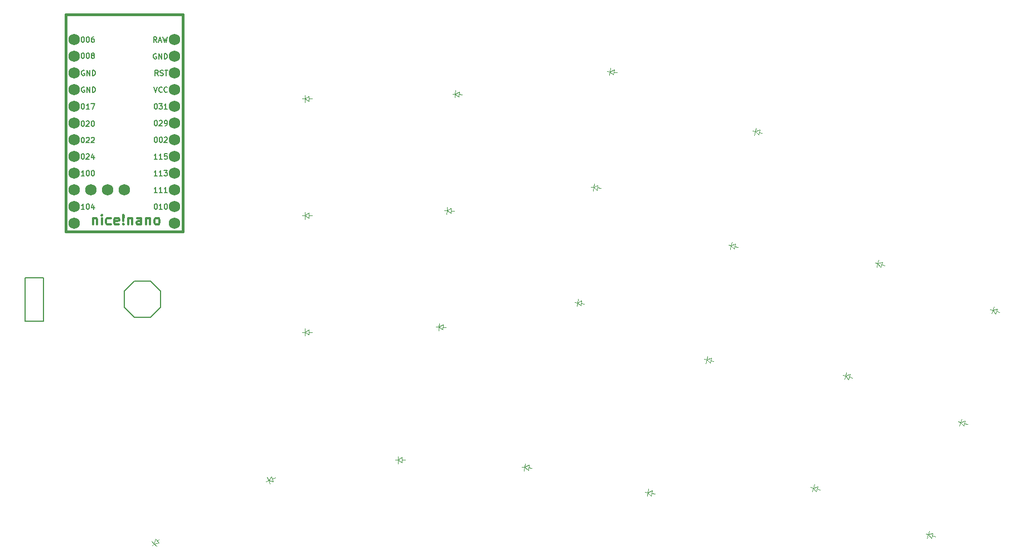
<source format=gbr>
%TF.GenerationSoftware,KiCad,Pcbnew,8.0.4*%
%TF.CreationDate,2024-08-02T13:19:55+01:00*%
%TF.ProjectId,right,72696768-742e-46b6-9963-61645f706362,v1.0.0*%
%TF.SameCoordinates,Original*%
%TF.FileFunction,Legend,Top*%
%TF.FilePolarity,Positive*%
%FSLAX46Y46*%
G04 Gerber Fmt 4.6, Leading zero omitted, Abs format (unit mm)*
G04 Created by KiCad (PCBNEW 8.0.4) date 2024-08-02 13:19:55*
%MOMM*%
%LPD*%
G01*
G04 APERTURE LIST*
%ADD10C,0.300000*%
%ADD11C,0.150000*%
%ADD12C,0.100000*%
%ADD13C,0.381000*%
%ADD14C,1.752600*%
G04 APERTURE END LIST*
D10*
X155437258Y-120051727D02*
X155437258Y-121051727D01*
X155437258Y-120194584D02*
X155508687Y-120123156D01*
X155508687Y-120123156D02*
X155651544Y-120051727D01*
X155651544Y-120051727D02*
X155865830Y-120051727D01*
X155865830Y-120051727D02*
X156008687Y-120123156D01*
X156008687Y-120123156D02*
X156080116Y-120266013D01*
X156080116Y-120266013D02*
X156080116Y-121051727D01*
X156794401Y-121051727D02*
X156794401Y-120051727D01*
X156794401Y-119551727D02*
X156722973Y-119623156D01*
X156722973Y-119623156D02*
X156794401Y-119694584D01*
X156794401Y-119694584D02*
X156865830Y-119623156D01*
X156865830Y-119623156D02*
X156794401Y-119551727D01*
X156794401Y-119551727D02*
X156794401Y-119694584D01*
X158151545Y-120980299D02*
X158008687Y-121051727D01*
X158008687Y-121051727D02*
X157722973Y-121051727D01*
X157722973Y-121051727D02*
X157580116Y-120980299D01*
X157580116Y-120980299D02*
X157508687Y-120908870D01*
X157508687Y-120908870D02*
X157437259Y-120766013D01*
X157437259Y-120766013D02*
X157437259Y-120337441D01*
X157437259Y-120337441D02*
X157508687Y-120194584D01*
X157508687Y-120194584D02*
X157580116Y-120123156D01*
X157580116Y-120123156D02*
X157722973Y-120051727D01*
X157722973Y-120051727D02*
X158008687Y-120051727D01*
X158008687Y-120051727D02*
X158151545Y-120123156D01*
X159365830Y-120980299D02*
X159222973Y-121051727D01*
X159222973Y-121051727D02*
X158937259Y-121051727D01*
X158937259Y-121051727D02*
X158794401Y-120980299D01*
X158794401Y-120980299D02*
X158722973Y-120837441D01*
X158722973Y-120837441D02*
X158722973Y-120266013D01*
X158722973Y-120266013D02*
X158794401Y-120123156D01*
X158794401Y-120123156D02*
X158937259Y-120051727D01*
X158937259Y-120051727D02*
X159222973Y-120051727D01*
X159222973Y-120051727D02*
X159365830Y-120123156D01*
X159365830Y-120123156D02*
X159437259Y-120266013D01*
X159437259Y-120266013D02*
X159437259Y-120408870D01*
X159437259Y-120408870D02*
X158722973Y-120551727D01*
X160080115Y-120908870D02*
X160151544Y-120980299D01*
X160151544Y-120980299D02*
X160080115Y-121051727D01*
X160080115Y-121051727D02*
X160008687Y-120980299D01*
X160008687Y-120980299D02*
X160080115Y-120908870D01*
X160080115Y-120908870D02*
X160080115Y-121051727D01*
X160080115Y-120480299D02*
X160008687Y-119623156D01*
X160008687Y-119623156D02*
X160080115Y-119551727D01*
X160080115Y-119551727D02*
X160151544Y-119623156D01*
X160151544Y-119623156D02*
X160080115Y-120480299D01*
X160080115Y-120480299D02*
X160080115Y-119551727D01*
X160794401Y-120051727D02*
X160794401Y-121051727D01*
X160794401Y-120194584D02*
X160865830Y-120123156D01*
X160865830Y-120123156D02*
X161008687Y-120051727D01*
X161008687Y-120051727D02*
X161222973Y-120051727D01*
X161222973Y-120051727D02*
X161365830Y-120123156D01*
X161365830Y-120123156D02*
X161437259Y-120266013D01*
X161437259Y-120266013D02*
X161437259Y-121051727D01*
X162794402Y-121051727D02*
X162794402Y-120266013D01*
X162794402Y-120266013D02*
X162722973Y-120123156D01*
X162722973Y-120123156D02*
X162580116Y-120051727D01*
X162580116Y-120051727D02*
X162294402Y-120051727D01*
X162294402Y-120051727D02*
X162151544Y-120123156D01*
X162794402Y-120980299D02*
X162651544Y-121051727D01*
X162651544Y-121051727D02*
X162294402Y-121051727D01*
X162294402Y-121051727D02*
X162151544Y-120980299D01*
X162151544Y-120980299D02*
X162080116Y-120837441D01*
X162080116Y-120837441D02*
X162080116Y-120694584D01*
X162080116Y-120694584D02*
X162151544Y-120551727D01*
X162151544Y-120551727D02*
X162294402Y-120480299D01*
X162294402Y-120480299D02*
X162651544Y-120480299D01*
X162651544Y-120480299D02*
X162794402Y-120408870D01*
X163508687Y-120051727D02*
X163508687Y-121051727D01*
X163508687Y-120194584D02*
X163580116Y-120123156D01*
X163580116Y-120123156D02*
X163722973Y-120051727D01*
X163722973Y-120051727D02*
X163937259Y-120051727D01*
X163937259Y-120051727D02*
X164080116Y-120123156D01*
X164080116Y-120123156D02*
X164151545Y-120266013D01*
X164151545Y-120266013D02*
X164151545Y-121051727D01*
X165080116Y-121051727D02*
X164937259Y-120980299D01*
X164937259Y-120980299D02*
X164865830Y-120908870D01*
X164865830Y-120908870D02*
X164794402Y-120766013D01*
X164794402Y-120766013D02*
X164794402Y-120337441D01*
X164794402Y-120337441D02*
X164865830Y-120194584D01*
X164865830Y-120194584D02*
X164937259Y-120123156D01*
X164937259Y-120123156D02*
X165080116Y-120051727D01*
X165080116Y-120051727D02*
X165294402Y-120051727D01*
X165294402Y-120051727D02*
X165437259Y-120123156D01*
X165437259Y-120123156D02*
X165508688Y-120194584D01*
X165508688Y-120194584D02*
X165580116Y-120337441D01*
X165580116Y-120337441D02*
X165580116Y-120766013D01*
X165580116Y-120766013D02*
X165508688Y-120908870D01*
X165508688Y-120908870D02*
X165437259Y-120980299D01*
X165437259Y-120980299D02*
X165294402Y-121051727D01*
X165294402Y-121051727D02*
X165080116Y-121051727D01*
D11*
X154148451Y-118703694D02*
X153691308Y-118703694D01*
X153919880Y-118703694D02*
X153919880Y-117903694D01*
X153919880Y-117903694D02*
X153843689Y-118017979D01*
X153843689Y-118017979D02*
X153767499Y-118094170D01*
X153767499Y-118094170D02*
X153691308Y-118132265D01*
X154643690Y-117903694D02*
X154719880Y-117903694D01*
X154719880Y-117903694D02*
X154796071Y-117941789D01*
X154796071Y-117941789D02*
X154834166Y-117979884D01*
X154834166Y-117979884D02*
X154872261Y-118056075D01*
X154872261Y-118056075D02*
X154910356Y-118208456D01*
X154910356Y-118208456D02*
X154910356Y-118398932D01*
X154910356Y-118398932D02*
X154872261Y-118551313D01*
X154872261Y-118551313D02*
X154834166Y-118627503D01*
X154834166Y-118627503D02*
X154796071Y-118665599D01*
X154796071Y-118665599D02*
X154719880Y-118703694D01*
X154719880Y-118703694D02*
X154643690Y-118703694D01*
X154643690Y-118703694D02*
X154567499Y-118665599D01*
X154567499Y-118665599D02*
X154529404Y-118627503D01*
X154529404Y-118627503D02*
X154491309Y-118551313D01*
X154491309Y-118551313D02*
X154453213Y-118398932D01*
X154453213Y-118398932D02*
X154453213Y-118208456D01*
X154453213Y-118208456D02*
X154491309Y-118056075D01*
X154491309Y-118056075D02*
X154529404Y-117979884D01*
X154529404Y-117979884D02*
X154567499Y-117941789D01*
X154567499Y-117941789D02*
X154643690Y-117903694D01*
X155596071Y-118170360D02*
X155596071Y-118703694D01*
X155405595Y-117865599D02*
X155215118Y-118437027D01*
X155215118Y-118437027D02*
X155710357Y-118437027D01*
X154148449Y-113623692D02*
X153691306Y-113623692D01*
X153919878Y-113623692D02*
X153919878Y-112823692D01*
X153919878Y-112823692D02*
X153843687Y-112937977D01*
X153843687Y-112937977D02*
X153767497Y-113014168D01*
X153767497Y-113014168D02*
X153691306Y-113052263D01*
X154643688Y-112823692D02*
X154719878Y-112823692D01*
X154719878Y-112823692D02*
X154796069Y-112861787D01*
X154796069Y-112861787D02*
X154834164Y-112899882D01*
X154834164Y-112899882D02*
X154872259Y-112976073D01*
X154872259Y-112976073D02*
X154910354Y-113128454D01*
X154910354Y-113128454D02*
X154910354Y-113318930D01*
X154910354Y-113318930D02*
X154872259Y-113471311D01*
X154872259Y-113471311D02*
X154834164Y-113547501D01*
X154834164Y-113547501D02*
X154796069Y-113585597D01*
X154796069Y-113585597D02*
X154719878Y-113623692D01*
X154719878Y-113623692D02*
X154643688Y-113623692D01*
X154643688Y-113623692D02*
X154567497Y-113585597D01*
X154567497Y-113585597D02*
X154529402Y-113547501D01*
X154529402Y-113547501D02*
X154491307Y-113471311D01*
X154491307Y-113471311D02*
X154453211Y-113318930D01*
X154453211Y-113318930D02*
X154453211Y-113128454D01*
X154453211Y-113128454D02*
X154491307Y-112976073D01*
X154491307Y-112976073D02*
X154529402Y-112899882D01*
X154529402Y-112899882D02*
X154567497Y-112861787D01*
X154567497Y-112861787D02*
X154643688Y-112823692D01*
X155405593Y-112823692D02*
X155481783Y-112823692D01*
X155481783Y-112823692D02*
X155557974Y-112861787D01*
X155557974Y-112861787D02*
X155596069Y-112899882D01*
X155596069Y-112899882D02*
X155634164Y-112976073D01*
X155634164Y-112976073D02*
X155672259Y-113128454D01*
X155672259Y-113128454D02*
X155672259Y-113318930D01*
X155672259Y-113318930D02*
X155634164Y-113471311D01*
X155634164Y-113471311D02*
X155596069Y-113547501D01*
X155596069Y-113547501D02*
X155557974Y-113585597D01*
X155557974Y-113585597D02*
X155481783Y-113623692D01*
X155481783Y-113623692D02*
X155405593Y-113623692D01*
X155405593Y-113623692D02*
X155329402Y-113585597D01*
X155329402Y-113585597D02*
X155291307Y-113547501D01*
X155291307Y-113547501D02*
X155253212Y-113471311D01*
X155253212Y-113471311D02*
X155215116Y-113318930D01*
X155215116Y-113318930D02*
X155215116Y-113128454D01*
X155215116Y-113128454D02*
X155253212Y-112976073D01*
X155253212Y-112976073D02*
X155291307Y-112899882D01*
X155291307Y-112899882D02*
X155329402Y-112861787D01*
X155329402Y-112861787D02*
X155405593Y-112823692D01*
X153881785Y-110283694D02*
X153957975Y-110283694D01*
X153957975Y-110283694D02*
X154034166Y-110321789D01*
X154034166Y-110321789D02*
X154072261Y-110359884D01*
X154072261Y-110359884D02*
X154110356Y-110436075D01*
X154110356Y-110436075D02*
X154148451Y-110588456D01*
X154148451Y-110588456D02*
X154148451Y-110778932D01*
X154148451Y-110778932D02*
X154110356Y-110931313D01*
X154110356Y-110931313D02*
X154072261Y-111007503D01*
X154072261Y-111007503D02*
X154034166Y-111045599D01*
X154034166Y-111045599D02*
X153957975Y-111083694D01*
X153957975Y-111083694D02*
X153881785Y-111083694D01*
X153881785Y-111083694D02*
X153805594Y-111045599D01*
X153805594Y-111045599D02*
X153767499Y-111007503D01*
X153767499Y-111007503D02*
X153729404Y-110931313D01*
X153729404Y-110931313D02*
X153691308Y-110778932D01*
X153691308Y-110778932D02*
X153691308Y-110588456D01*
X153691308Y-110588456D02*
X153729404Y-110436075D01*
X153729404Y-110436075D02*
X153767499Y-110359884D01*
X153767499Y-110359884D02*
X153805594Y-110321789D01*
X153805594Y-110321789D02*
X153881785Y-110283694D01*
X154453213Y-110359884D02*
X154491309Y-110321789D01*
X154491309Y-110321789D02*
X154567499Y-110283694D01*
X154567499Y-110283694D02*
X154757975Y-110283694D01*
X154757975Y-110283694D02*
X154834166Y-110321789D01*
X154834166Y-110321789D02*
X154872261Y-110359884D01*
X154872261Y-110359884D02*
X154910356Y-110436075D01*
X154910356Y-110436075D02*
X154910356Y-110512265D01*
X154910356Y-110512265D02*
X154872261Y-110626551D01*
X154872261Y-110626551D02*
X154415118Y-111083694D01*
X154415118Y-111083694D02*
X154910356Y-111083694D01*
X155596071Y-110550360D02*
X155596071Y-111083694D01*
X155405595Y-110245599D02*
X155215118Y-110817027D01*
X155215118Y-110817027D02*
X155710357Y-110817027D01*
X153881785Y-107773693D02*
X153957975Y-107773693D01*
X153957975Y-107773693D02*
X154034166Y-107811788D01*
X154034166Y-107811788D02*
X154072261Y-107849883D01*
X154072261Y-107849883D02*
X154110356Y-107926074D01*
X154110356Y-107926074D02*
X154148451Y-108078455D01*
X154148451Y-108078455D02*
X154148451Y-108268931D01*
X154148451Y-108268931D02*
X154110356Y-108421312D01*
X154110356Y-108421312D02*
X154072261Y-108497502D01*
X154072261Y-108497502D02*
X154034166Y-108535598D01*
X154034166Y-108535598D02*
X153957975Y-108573693D01*
X153957975Y-108573693D02*
X153881785Y-108573693D01*
X153881785Y-108573693D02*
X153805594Y-108535598D01*
X153805594Y-108535598D02*
X153767499Y-108497502D01*
X153767499Y-108497502D02*
X153729404Y-108421312D01*
X153729404Y-108421312D02*
X153691308Y-108268931D01*
X153691308Y-108268931D02*
X153691308Y-108078455D01*
X153691308Y-108078455D02*
X153729404Y-107926074D01*
X153729404Y-107926074D02*
X153767499Y-107849883D01*
X153767499Y-107849883D02*
X153805594Y-107811788D01*
X153805594Y-107811788D02*
X153881785Y-107773693D01*
X154453213Y-107849883D02*
X154491309Y-107811788D01*
X154491309Y-107811788D02*
X154567499Y-107773693D01*
X154567499Y-107773693D02*
X154757975Y-107773693D01*
X154757975Y-107773693D02*
X154834166Y-107811788D01*
X154834166Y-107811788D02*
X154872261Y-107849883D01*
X154872261Y-107849883D02*
X154910356Y-107926074D01*
X154910356Y-107926074D02*
X154910356Y-108002264D01*
X154910356Y-108002264D02*
X154872261Y-108116550D01*
X154872261Y-108116550D02*
X154415118Y-108573693D01*
X154415118Y-108573693D02*
X154910356Y-108573693D01*
X155215118Y-107849883D02*
X155253214Y-107811788D01*
X155253214Y-107811788D02*
X155329404Y-107773693D01*
X155329404Y-107773693D02*
X155519880Y-107773693D01*
X155519880Y-107773693D02*
X155596071Y-107811788D01*
X155596071Y-107811788D02*
X155634166Y-107849883D01*
X155634166Y-107849883D02*
X155672261Y-107926074D01*
X155672261Y-107926074D02*
X155672261Y-108002264D01*
X155672261Y-108002264D02*
X155634166Y-108116550D01*
X155634166Y-108116550D02*
X155177023Y-108573693D01*
X155177023Y-108573693D02*
X155672261Y-108573693D01*
X153881781Y-105273689D02*
X153957971Y-105273689D01*
X153957971Y-105273689D02*
X154034162Y-105311784D01*
X154034162Y-105311784D02*
X154072257Y-105349879D01*
X154072257Y-105349879D02*
X154110352Y-105426070D01*
X154110352Y-105426070D02*
X154148447Y-105578451D01*
X154148447Y-105578451D02*
X154148447Y-105768927D01*
X154148447Y-105768927D02*
X154110352Y-105921308D01*
X154110352Y-105921308D02*
X154072257Y-105997498D01*
X154072257Y-105997498D02*
X154034162Y-106035594D01*
X154034162Y-106035594D02*
X153957971Y-106073689D01*
X153957971Y-106073689D02*
X153881781Y-106073689D01*
X153881781Y-106073689D02*
X153805590Y-106035594D01*
X153805590Y-106035594D02*
X153767495Y-105997498D01*
X153767495Y-105997498D02*
X153729400Y-105921308D01*
X153729400Y-105921308D02*
X153691304Y-105768927D01*
X153691304Y-105768927D02*
X153691304Y-105578451D01*
X153691304Y-105578451D02*
X153729400Y-105426070D01*
X153729400Y-105426070D02*
X153767495Y-105349879D01*
X153767495Y-105349879D02*
X153805590Y-105311784D01*
X153805590Y-105311784D02*
X153881781Y-105273689D01*
X154453209Y-105349879D02*
X154491305Y-105311784D01*
X154491305Y-105311784D02*
X154567495Y-105273689D01*
X154567495Y-105273689D02*
X154757971Y-105273689D01*
X154757971Y-105273689D02*
X154834162Y-105311784D01*
X154834162Y-105311784D02*
X154872257Y-105349879D01*
X154872257Y-105349879D02*
X154910352Y-105426070D01*
X154910352Y-105426070D02*
X154910352Y-105502260D01*
X154910352Y-105502260D02*
X154872257Y-105616546D01*
X154872257Y-105616546D02*
X154415114Y-106073689D01*
X154415114Y-106073689D02*
X154910352Y-106073689D01*
X155405591Y-105273689D02*
X155481781Y-105273689D01*
X155481781Y-105273689D02*
X155557972Y-105311784D01*
X155557972Y-105311784D02*
X155596067Y-105349879D01*
X155596067Y-105349879D02*
X155634162Y-105426070D01*
X155634162Y-105426070D02*
X155672257Y-105578451D01*
X155672257Y-105578451D02*
X155672257Y-105768927D01*
X155672257Y-105768927D02*
X155634162Y-105921308D01*
X155634162Y-105921308D02*
X155596067Y-105997498D01*
X155596067Y-105997498D02*
X155557972Y-106035594D01*
X155557972Y-106035594D02*
X155481781Y-106073689D01*
X155481781Y-106073689D02*
X155405591Y-106073689D01*
X155405591Y-106073689D02*
X155329400Y-106035594D01*
X155329400Y-106035594D02*
X155291305Y-105997498D01*
X155291305Y-105997498D02*
X155253210Y-105921308D01*
X155253210Y-105921308D02*
X155215114Y-105768927D01*
X155215114Y-105768927D02*
X155215114Y-105578451D01*
X155215114Y-105578451D02*
X155253210Y-105426070D01*
X155253210Y-105426070D02*
X155291305Y-105349879D01*
X155291305Y-105349879D02*
X155329400Y-105311784D01*
X155329400Y-105311784D02*
X155405591Y-105273689D01*
X153881783Y-102673694D02*
X153957973Y-102673694D01*
X153957973Y-102673694D02*
X154034164Y-102711789D01*
X154034164Y-102711789D02*
X154072259Y-102749884D01*
X154072259Y-102749884D02*
X154110354Y-102826075D01*
X154110354Y-102826075D02*
X154148449Y-102978456D01*
X154148449Y-102978456D02*
X154148449Y-103168932D01*
X154148449Y-103168932D02*
X154110354Y-103321313D01*
X154110354Y-103321313D02*
X154072259Y-103397503D01*
X154072259Y-103397503D02*
X154034164Y-103435599D01*
X154034164Y-103435599D02*
X153957973Y-103473694D01*
X153957973Y-103473694D02*
X153881783Y-103473694D01*
X153881783Y-103473694D02*
X153805592Y-103435599D01*
X153805592Y-103435599D02*
X153767497Y-103397503D01*
X153767497Y-103397503D02*
X153729402Y-103321313D01*
X153729402Y-103321313D02*
X153691306Y-103168932D01*
X153691306Y-103168932D02*
X153691306Y-102978456D01*
X153691306Y-102978456D02*
X153729402Y-102826075D01*
X153729402Y-102826075D02*
X153767497Y-102749884D01*
X153767497Y-102749884D02*
X153805592Y-102711789D01*
X153805592Y-102711789D02*
X153881783Y-102673694D01*
X154910354Y-103473694D02*
X154453211Y-103473694D01*
X154681783Y-103473694D02*
X154681783Y-102673694D01*
X154681783Y-102673694D02*
X154605592Y-102787979D01*
X154605592Y-102787979D02*
X154529402Y-102864170D01*
X154529402Y-102864170D02*
X154453211Y-102902265D01*
X155177021Y-102673694D02*
X155710355Y-102673694D01*
X155710355Y-102673694D02*
X155367497Y-103473694D01*
X154148451Y-100161789D02*
X154072261Y-100123694D01*
X154072261Y-100123694D02*
X153957975Y-100123694D01*
X153957975Y-100123694D02*
X153843689Y-100161789D01*
X153843689Y-100161789D02*
X153767499Y-100237979D01*
X153767499Y-100237979D02*
X153729404Y-100314170D01*
X153729404Y-100314170D02*
X153691308Y-100466551D01*
X153691308Y-100466551D02*
X153691308Y-100580837D01*
X153691308Y-100580837D02*
X153729404Y-100733218D01*
X153729404Y-100733218D02*
X153767499Y-100809408D01*
X153767499Y-100809408D02*
X153843689Y-100885599D01*
X153843689Y-100885599D02*
X153957975Y-100923694D01*
X153957975Y-100923694D02*
X154034166Y-100923694D01*
X154034166Y-100923694D02*
X154148451Y-100885599D01*
X154148451Y-100885599D02*
X154186547Y-100847503D01*
X154186547Y-100847503D02*
X154186547Y-100580837D01*
X154186547Y-100580837D02*
X154034166Y-100580837D01*
X154529404Y-100923694D02*
X154529404Y-100123694D01*
X154529404Y-100123694D02*
X154986547Y-100923694D01*
X154986547Y-100923694D02*
X154986547Y-100123694D01*
X155367499Y-100923694D02*
X155367499Y-100123694D01*
X155367499Y-100123694D02*
X155557975Y-100123694D01*
X155557975Y-100123694D02*
X155672261Y-100161789D01*
X155672261Y-100161789D02*
X155748451Y-100237979D01*
X155748451Y-100237979D02*
X155786546Y-100314170D01*
X155786546Y-100314170D02*
X155824642Y-100466551D01*
X155824642Y-100466551D02*
X155824642Y-100580837D01*
X155824642Y-100580837D02*
X155786546Y-100733218D01*
X155786546Y-100733218D02*
X155748451Y-100809408D01*
X155748451Y-100809408D02*
X155672261Y-100885599D01*
X155672261Y-100885599D02*
X155557975Y-100923694D01*
X155557975Y-100923694D02*
X155367499Y-100923694D01*
X154148453Y-97621787D02*
X154072263Y-97583692D01*
X154072263Y-97583692D02*
X153957977Y-97583692D01*
X153957977Y-97583692D02*
X153843691Y-97621787D01*
X153843691Y-97621787D02*
X153767501Y-97697977D01*
X153767501Y-97697977D02*
X153729406Y-97774168D01*
X153729406Y-97774168D02*
X153691310Y-97926549D01*
X153691310Y-97926549D02*
X153691310Y-98040835D01*
X153691310Y-98040835D02*
X153729406Y-98193216D01*
X153729406Y-98193216D02*
X153767501Y-98269406D01*
X153767501Y-98269406D02*
X153843691Y-98345597D01*
X153843691Y-98345597D02*
X153957977Y-98383692D01*
X153957977Y-98383692D02*
X154034168Y-98383692D01*
X154034168Y-98383692D02*
X154148453Y-98345597D01*
X154148453Y-98345597D02*
X154186549Y-98307501D01*
X154186549Y-98307501D02*
X154186549Y-98040835D01*
X154186549Y-98040835D02*
X154034168Y-98040835D01*
X154529406Y-98383692D02*
X154529406Y-97583692D01*
X154529406Y-97583692D02*
X154986549Y-98383692D01*
X154986549Y-98383692D02*
X154986549Y-97583692D01*
X155367501Y-98383692D02*
X155367501Y-97583692D01*
X155367501Y-97583692D02*
X155557977Y-97583692D01*
X155557977Y-97583692D02*
X155672263Y-97621787D01*
X155672263Y-97621787D02*
X155748453Y-97697977D01*
X155748453Y-97697977D02*
X155786548Y-97774168D01*
X155786548Y-97774168D02*
X155824644Y-97926549D01*
X155824644Y-97926549D02*
X155824644Y-98040835D01*
X155824644Y-98040835D02*
X155786548Y-98193216D01*
X155786548Y-98193216D02*
X155748453Y-98269406D01*
X155748453Y-98269406D02*
X155672263Y-98345597D01*
X155672263Y-98345597D02*
X155557977Y-98383692D01*
X155557977Y-98383692D02*
X155367501Y-98383692D01*
X153881783Y-94973692D02*
X153957973Y-94973692D01*
X153957973Y-94973692D02*
X154034164Y-95011787D01*
X154034164Y-95011787D02*
X154072259Y-95049882D01*
X154072259Y-95049882D02*
X154110354Y-95126073D01*
X154110354Y-95126073D02*
X154148449Y-95278454D01*
X154148449Y-95278454D02*
X154148449Y-95468930D01*
X154148449Y-95468930D02*
X154110354Y-95621311D01*
X154110354Y-95621311D02*
X154072259Y-95697501D01*
X154072259Y-95697501D02*
X154034164Y-95735597D01*
X154034164Y-95735597D02*
X153957973Y-95773692D01*
X153957973Y-95773692D02*
X153881783Y-95773692D01*
X153881783Y-95773692D02*
X153805592Y-95735597D01*
X153805592Y-95735597D02*
X153767497Y-95697501D01*
X153767497Y-95697501D02*
X153729402Y-95621311D01*
X153729402Y-95621311D02*
X153691306Y-95468930D01*
X153691306Y-95468930D02*
X153691306Y-95278454D01*
X153691306Y-95278454D02*
X153729402Y-95126073D01*
X153729402Y-95126073D02*
X153767497Y-95049882D01*
X153767497Y-95049882D02*
X153805592Y-95011787D01*
X153805592Y-95011787D02*
X153881783Y-94973692D01*
X154643688Y-94973692D02*
X154719878Y-94973692D01*
X154719878Y-94973692D02*
X154796069Y-95011787D01*
X154796069Y-95011787D02*
X154834164Y-95049882D01*
X154834164Y-95049882D02*
X154872259Y-95126073D01*
X154872259Y-95126073D02*
X154910354Y-95278454D01*
X154910354Y-95278454D02*
X154910354Y-95468930D01*
X154910354Y-95468930D02*
X154872259Y-95621311D01*
X154872259Y-95621311D02*
X154834164Y-95697501D01*
X154834164Y-95697501D02*
X154796069Y-95735597D01*
X154796069Y-95735597D02*
X154719878Y-95773692D01*
X154719878Y-95773692D02*
X154643688Y-95773692D01*
X154643688Y-95773692D02*
X154567497Y-95735597D01*
X154567497Y-95735597D02*
X154529402Y-95697501D01*
X154529402Y-95697501D02*
X154491307Y-95621311D01*
X154491307Y-95621311D02*
X154453211Y-95468930D01*
X154453211Y-95468930D02*
X154453211Y-95278454D01*
X154453211Y-95278454D02*
X154491307Y-95126073D01*
X154491307Y-95126073D02*
X154529402Y-95049882D01*
X154529402Y-95049882D02*
X154567497Y-95011787D01*
X154567497Y-95011787D02*
X154643688Y-94973692D01*
X155367497Y-95316549D02*
X155291307Y-95278454D01*
X155291307Y-95278454D02*
X155253212Y-95240358D01*
X155253212Y-95240358D02*
X155215116Y-95164168D01*
X155215116Y-95164168D02*
X155215116Y-95126073D01*
X155215116Y-95126073D02*
X155253212Y-95049882D01*
X155253212Y-95049882D02*
X155291307Y-95011787D01*
X155291307Y-95011787D02*
X155367497Y-94973692D01*
X155367497Y-94973692D02*
X155519878Y-94973692D01*
X155519878Y-94973692D02*
X155596069Y-95011787D01*
X155596069Y-95011787D02*
X155634164Y-95049882D01*
X155634164Y-95049882D02*
X155672259Y-95126073D01*
X155672259Y-95126073D02*
X155672259Y-95164168D01*
X155672259Y-95164168D02*
X155634164Y-95240358D01*
X155634164Y-95240358D02*
X155596069Y-95278454D01*
X155596069Y-95278454D02*
X155519878Y-95316549D01*
X155519878Y-95316549D02*
X155367497Y-95316549D01*
X155367497Y-95316549D02*
X155291307Y-95354644D01*
X155291307Y-95354644D02*
X155253212Y-95392739D01*
X155253212Y-95392739D02*
X155215116Y-95468930D01*
X155215116Y-95468930D02*
X155215116Y-95621311D01*
X155215116Y-95621311D02*
X155253212Y-95697501D01*
X155253212Y-95697501D02*
X155291307Y-95735597D01*
X155291307Y-95735597D02*
X155367497Y-95773692D01*
X155367497Y-95773692D02*
X155519878Y-95773692D01*
X155519878Y-95773692D02*
X155596069Y-95735597D01*
X155596069Y-95735597D02*
X155634164Y-95697501D01*
X155634164Y-95697501D02*
X155672259Y-95621311D01*
X155672259Y-95621311D02*
X155672259Y-95468930D01*
X155672259Y-95468930D02*
X155634164Y-95392739D01*
X155634164Y-95392739D02*
X155596069Y-95354644D01*
X155596069Y-95354644D02*
X155519878Y-95316549D01*
X153881784Y-92503693D02*
X153957974Y-92503693D01*
X153957974Y-92503693D02*
X154034165Y-92541788D01*
X154034165Y-92541788D02*
X154072260Y-92579883D01*
X154072260Y-92579883D02*
X154110355Y-92656074D01*
X154110355Y-92656074D02*
X154148450Y-92808455D01*
X154148450Y-92808455D02*
X154148450Y-92998931D01*
X154148450Y-92998931D02*
X154110355Y-93151312D01*
X154110355Y-93151312D02*
X154072260Y-93227502D01*
X154072260Y-93227502D02*
X154034165Y-93265598D01*
X154034165Y-93265598D02*
X153957974Y-93303693D01*
X153957974Y-93303693D02*
X153881784Y-93303693D01*
X153881784Y-93303693D02*
X153805593Y-93265598D01*
X153805593Y-93265598D02*
X153767498Y-93227502D01*
X153767498Y-93227502D02*
X153729403Y-93151312D01*
X153729403Y-93151312D02*
X153691307Y-92998931D01*
X153691307Y-92998931D02*
X153691307Y-92808455D01*
X153691307Y-92808455D02*
X153729403Y-92656074D01*
X153729403Y-92656074D02*
X153767498Y-92579883D01*
X153767498Y-92579883D02*
X153805593Y-92541788D01*
X153805593Y-92541788D02*
X153881784Y-92503693D01*
X154643689Y-92503693D02*
X154719879Y-92503693D01*
X154719879Y-92503693D02*
X154796070Y-92541788D01*
X154796070Y-92541788D02*
X154834165Y-92579883D01*
X154834165Y-92579883D02*
X154872260Y-92656074D01*
X154872260Y-92656074D02*
X154910355Y-92808455D01*
X154910355Y-92808455D02*
X154910355Y-92998931D01*
X154910355Y-92998931D02*
X154872260Y-93151312D01*
X154872260Y-93151312D02*
X154834165Y-93227502D01*
X154834165Y-93227502D02*
X154796070Y-93265598D01*
X154796070Y-93265598D02*
X154719879Y-93303693D01*
X154719879Y-93303693D02*
X154643689Y-93303693D01*
X154643689Y-93303693D02*
X154567498Y-93265598D01*
X154567498Y-93265598D02*
X154529403Y-93227502D01*
X154529403Y-93227502D02*
X154491308Y-93151312D01*
X154491308Y-93151312D02*
X154453212Y-92998931D01*
X154453212Y-92998931D02*
X154453212Y-92808455D01*
X154453212Y-92808455D02*
X154491308Y-92656074D01*
X154491308Y-92656074D02*
X154529403Y-92579883D01*
X154529403Y-92579883D02*
X154567498Y-92541788D01*
X154567498Y-92541788D02*
X154643689Y-92503693D01*
X155596070Y-92503693D02*
X155443689Y-92503693D01*
X155443689Y-92503693D02*
X155367498Y-92541788D01*
X155367498Y-92541788D02*
X155329403Y-92579883D01*
X155329403Y-92579883D02*
X155253213Y-92694169D01*
X155253213Y-92694169D02*
X155215117Y-92846550D01*
X155215117Y-92846550D02*
X155215117Y-93151312D01*
X155215117Y-93151312D02*
X155253213Y-93227502D01*
X155253213Y-93227502D02*
X155291308Y-93265598D01*
X155291308Y-93265598D02*
X155367498Y-93303693D01*
X155367498Y-93303693D02*
X155519879Y-93303693D01*
X155519879Y-93303693D02*
X155596070Y-93265598D01*
X155596070Y-93265598D02*
X155634165Y-93227502D01*
X155634165Y-93227502D02*
X155672260Y-93151312D01*
X155672260Y-93151312D02*
X155672260Y-92960836D01*
X155672260Y-92960836D02*
X155634165Y-92884645D01*
X155634165Y-92884645D02*
X155596070Y-92846550D01*
X155596070Y-92846550D02*
X155519879Y-92808455D01*
X155519879Y-92808455D02*
X155367498Y-92808455D01*
X155367498Y-92808455D02*
X155291308Y-92846550D01*
X155291308Y-92846550D02*
X155253213Y-92884645D01*
X155253213Y-92884645D02*
X155215117Y-92960836D01*
X164956165Y-117903693D02*
X165032355Y-117903693D01*
X165032355Y-117903693D02*
X165108546Y-117941788D01*
X165108546Y-117941788D02*
X165146641Y-117979883D01*
X165146641Y-117979883D02*
X165184736Y-118056074D01*
X165184736Y-118056074D02*
X165222831Y-118208455D01*
X165222831Y-118208455D02*
X165222831Y-118398931D01*
X165222831Y-118398931D02*
X165184736Y-118551312D01*
X165184736Y-118551312D02*
X165146641Y-118627502D01*
X165146641Y-118627502D02*
X165108546Y-118665598D01*
X165108546Y-118665598D02*
X165032355Y-118703693D01*
X165032355Y-118703693D02*
X164956165Y-118703693D01*
X164956165Y-118703693D02*
X164879974Y-118665598D01*
X164879974Y-118665598D02*
X164841879Y-118627502D01*
X164841879Y-118627502D02*
X164803784Y-118551312D01*
X164803784Y-118551312D02*
X164765688Y-118398931D01*
X164765688Y-118398931D02*
X164765688Y-118208455D01*
X164765688Y-118208455D02*
X164803784Y-118056074D01*
X164803784Y-118056074D02*
X164841879Y-117979883D01*
X164841879Y-117979883D02*
X164879974Y-117941788D01*
X164879974Y-117941788D02*
X164956165Y-117903693D01*
X165984736Y-118703693D02*
X165527593Y-118703693D01*
X165756165Y-118703693D02*
X165756165Y-117903693D01*
X165756165Y-117903693D02*
X165679974Y-118017978D01*
X165679974Y-118017978D02*
X165603784Y-118094169D01*
X165603784Y-118094169D02*
X165527593Y-118132264D01*
X166479975Y-117903693D02*
X166556165Y-117903693D01*
X166556165Y-117903693D02*
X166632356Y-117941788D01*
X166632356Y-117941788D02*
X166670451Y-117979883D01*
X166670451Y-117979883D02*
X166708546Y-118056074D01*
X166708546Y-118056074D02*
X166746641Y-118208455D01*
X166746641Y-118208455D02*
X166746641Y-118398931D01*
X166746641Y-118398931D02*
X166708546Y-118551312D01*
X166708546Y-118551312D02*
X166670451Y-118627502D01*
X166670451Y-118627502D02*
X166632356Y-118665598D01*
X166632356Y-118665598D02*
X166556165Y-118703693D01*
X166556165Y-118703693D02*
X166479975Y-118703693D01*
X166479975Y-118703693D02*
X166403784Y-118665598D01*
X166403784Y-118665598D02*
X166365689Y-118627502D01*
X166365689Y-118627502D02*
X166327594Y-118551312D01*
X166327594Y-118551312D02*
X166289498Y-118398931D01*
X166289498Y-118398931D02*
X166289498Y-118208455D01*
X166289498Y-118208455D02*
X166327594Y-118056074D01*
X166327594Y-118056074D02*
X166365689Y-117979883D01*
X166365689Y-117979883D02*
X166403784Y-117941788D01*
X166403784Y-117941788D02*
X166479975Y-117903693D01*
X165222832Y-116163693D02*
X164765689Y-116163693D01*
X164994261Y-116163693D02*
X164994261Y-115363693D01*
X164994261Y-115363693D02*
X164918070Y-115477978D01*
X164918070Y-115477978D02*
X164841880Y-115554169D01*
X164841880Y-115554169D02*
X164765689Y-115592264D01*
X165984737Y-116163693D02*
X165527594Y-116163693D01*
X165756166Y-116163693D02*
X165756166Y-115363693D01*
X165756166Y-115363693D02*
X165679975Y-115477978D01*
X165679975Y-115477978D02*
X165603785Y-115554169D01*
X165603785Y-115554169D02*
X165527594Y-115592264D01*
X166746642Y-116163693D02*
X166289499Y-116163693D01*
X166518071Y-116163693D02*
X166518071Y-115363693D01*
X166518071Y-115363693D02*
X166441880Y-115477978D01*
X166441880Y-115477978D02*
X166365690Y-115554169D01*
X166365690Y-115554169D02*
X166289499Y-115592264D01*
X165222831Y-113623693D02*
X164765688Y-113623693D01*
X164994260Y-113623693D02*
X164994260Y-112823693D01*
X164994260Y-112823693D02*
X164918069Y-112937978D01*
X164918069Y-112937978D02*
X164841879Y-113014169D01*
X164841879Y-113014169D02*
X164765688Y-113052264D01*
X165984736Y-113623693D02*
X165527593Y-113623693D01*
X165756165Y-113623693D02*
X165756165Y-112823693D01*
X165756165Y-112823693D02*
X165679974Y-112937978D01*
X165679974Y-112937978D02*
X165603784Y-113014169D01*
X165603784Y-113014169D02*
X165527593Y-113052264D01*
X166251403Y-112823693D02*
X166746641Y-112823693D01*
X166746641Y-112823693D02*
X166479975Y-113128455D01*
X166479975Y-113128455D02*
X166594260Y-113128455D01*
X166594260Y-113128455D02*
X166670451Y-113166550D01*
X166670451Y-113166550D02*
X166708546Y-113204645D01*
X166708546Y-113204645D02*
X166746641Y-113280836D01*
X166746641Y-113280836D02*
X166746641Y-113471312D01*
X166746641Y-113471312D02*
X166708546Y-113547502D01*
X166708546Y-113547502D02*
X166670451Y-113585598D01*
X166670451Y-113585598D02*
X166594260Y-113623693D01*
X166594260Y-113623693D02*
X166365689Y-113623693D01*
X166365689Y-113623693D02*
X166289498Y-113585598D01*
X166289498Y-113585598D02*
X166251403Y-113547502D01*
X165222831Y-111083694D02*
X164765688Y-111083694D01*
X164994260Y-111083694D02*
X164994260Y-110283694D01*
X164994260Y-110283694D02*
X164918069Y-110397979D01*
X164918069Y-110397979D02*
X164841879Y-110474170D01*
X164841879Y-110474170D02*
X164765688Y-110512265D01*
X165984736Y-111083694D02*
X165527593Y-111083694D01*
X165756165Y-111083694D02*
X165756165Y-110283694D01*
X165756165Y-110283694D02*
X165679974Y-110397979D01*
X165679974Y-110397979D02*
X165603784Y-110474170D01*
X165603784Y-110474170D02*
X165527593Y-110512265D01*
X166708546Y-110283694D02*
X166327594Y-110283694D01*
X166327594Y-110283694D02*
X166289498Y-110664646D01*
X166289498Y-110664646D02*
X166327594Y-110626551D01*
X166327594Y-110626551D02*
X166403784Y-110588456D01*
X166403784Y-110588456D02*
X166594260Y-110588456D01*
X166594260Y-110588456D02*
X166670451Y-110626551D01*
X166670451Y-110626551D02*
X166708546Y-110664646D01*
X166708546Y-110664646D02*
X166746641Y-110740837D01*
X166746641Y-110740837D02*
X166746641Y-110931313D01*
X166746641Y-110931313D02*
X166708546Y-111007503D01*
X166708546Y-111007503D02*
X166670451Y-111045599D01*
X166670451Y-111045599D02*
X166594260Y-111083694D01*
X166594260Y-111083694D02*
X166403784Y-111083694D01*
X166403784Y-111083694D02*
X166327594Y-111045599D01*
X166327594Y-111045599D02*
X166289498Y-111007503D01*
X164956166Y-107743695D02*
X165032356Y-107743695D01*
X165032356Y-107743695D02*
X165108547Y-107781790D01*
X165108547Y-107781790D02*
X165146642Y-107819885D01*
X165146642Y-107819885D02*
X165184737Y-107896076D01*
X165184737Y-107896076D02*
X165222832Y-108048457D01*
X165222832Y-108048457D02*
X165222832Y-108238933D01*
X165222832Y-108238933D02*
X165184737Y-108391314D01*
X165184737Y-108391314D02*
X165146642Y-108467504D01*
X165146642Y-108467504D02*
X165108547Y-108505600D01*
X165108547Y-108505600D02*
X165032356Y-108543695D01*
X165032356Y-108543695D02*
X164956166Y-108543695D01*
X164956166Y-108543695D02*
X164879975Y-108505600D01*
X164879975Y-108505600D02*
X164841880Y-108467504D01*
X164841880Y-108467504D02*
X164803785Y-108391314D01*
X164803785Y-108391314D02*
X164765689Y-108238933D01*
X164765689Y-108238933D02*
X164765689Y-108048457D01*
X164765689Y-108048457D02*
X164803785Y-107896076D01*
X164803785Y-107896076D02*
X164841880Y-107819885D01*
X164841880Y-107819885D02*
X164879975Y-107781790D01*
X164879975Y-107781790D02*
X164956166Y-107743695D01*
X165718071Y-107743695D02*
X165794261Y-107743695D01*
X165794261Y-107743695D02*
X165870452Y-107781790D01*
X165870452Y-107781790D02*
X165908547Y-107819885D01*
X165908547Y-107819885D02*
X165946642Y-107896076D01*
X165946642Y-107896076D02*
X165984737Y-108048457D01*
X165984737Y-108048457D02*
X165984737Y-108238933D01*
X165984737Y-108238933D02*
X165946642Y-108391314D01*
X165946642Y-108391314D02*
X165908547Y-108467504D01*
X165908547Y-108467504D02*
X165870452Y-108505600D01*
X165870452Y-108505600D02*
X165794261Y-108543695D01*
X165794261Y-108543695D02*
X165718071Y-108543695D01*
X165718071Y-108543695D02*
X165641880Y-108505600D01*
X165641880Y-108505600D02*
X165603785Y-108467504D01*
X165603785Y-108467504D02*
X165565690Y-108391314D01*
X165565690Y-108391314D02*
X165527594Y-108238933D01*
X165527594Y-108238933D02*
X165527594Y-108048457D01*
X165527594Y-108048457D02*
X165565690Y-107896076D01*
X165565690Y-107896076D02*
X165603785Y-107819885D01*
X165603785Y-107819885D02*
X165641880Y-107781790D01*
X165641880Y-107781790D02*
X165718071Y-107743695D01*
X166289499Y-107819885D02*
X166327595Y-107781790D01*
X166327595Y-107781790D02*
X166403785Y-107743695D01*
X166403785Y-107743695D02*
X166594261Y-107743695D01*
X166594261Y-107743695D02*
X166670452Y-107781790D01*
X166670452Y-107781790D02*
X166708547Y-107819885D01*
X166708547Y-107819885D02*
X166746642Y-107896076D01*
X166746642Y-107896076D02*
X166746642Y-107972266D01*
X166746642Y-107972266D02*
X166708547Y-108086552D01*
X166708547Y-108086552D02*
X166251404Y-108543695D01*
X166251404Y-108543695D02*
X166746642Y-108543695D01*
X164956164Y-105203699D02*
X165032354Y-105203699D01*
X165032354Y-105203699D02*
X165108545Y-105241794D01*
X165108545Y-105241794D02*
X165146640Y-105279889D01*
X165146640Y-105279889D02*
X165184735Y-105356080D01*
X165184735Y-105356080D02*
X165222830Y-105508461D01*
X165222830Y-105508461D02*
X165222830Y-105698937D01*
X165222830Y-105698937D02*
X165184735Y-105851318D01*
X165184735Y-105851318D02*
X165146640Y-105927508D01*
X165146640Y-105927508D02*
X165108545Y-105965604D01*
X165108545Y-105965604D02*
X165032354Y-106003699D01*
X165032354Y-106003699D02*
X164956164Y-106003699D01*
X164956164Y-106003699D02*
X164879973Y-105965604D01*
X164879973Y-105965604D02*
X164841878Y-105927508D01*
X164841878Y-105927508D02*
X164803783Y-105851318D01*
X164803783Y-105851318D02*
X164765687Y-105698937D01*
X164765687Y-105698937D02*
X164765687Y-105508461D01*
X164765687Y-105508461D02*
X164803783Y-105356080D01*
X164803783Y-105356080D02*
X164841878Y-105279889D01*
X164841878Y-105279889D02*
X164879973Y-105241794D01*
X164879973Y-105241794D02*
X164956164Y-105203699D01*
X165527592Y-105279889D02*
X165565688Y-105241794D01*
X165565688Y-105241794D02*
X165641878Y-105203699D01*
X165641878Y-105203699D02*
X165832354Y-105203699D01*
X165832354Y-105203699D02*
X165908545Y-105241794D01*
X165908545Y-105241794D02*
X165946640Y-105279889D01*
X165946640Y-105279889D02*
X165984735Y-105356080D01*
X165984735Y-105356080D02*
X165984735Y-105432270D01*
X165984735Y-105432270D02*
X165946640Y-105546556D01*
X165946640Y-105546556D02*
X165489497Y-106003699D01*
X165489497Y-106003699D02*
X165984735Y-106003699D01*
X166365688Y-106003699D02*
X166518069Y-106003699D01*
X166518069Y-106003699D02*
X166594259Y-105965604D01*
X166594259Y-105965604D02*
X166632355Y-105927508D01*
X166632355Y-105927508D02*
X166708545Y-105813223D01*
X166708545Y-105813223D02*
X166746640Y-105660842D01*
X166746640Y-105660842D02*
X166746640Y-105356080D01*
X166746640Y-105356080D02*
X166708545Y-105279889D01*
X166708545Y-105279889D02*
X166670450Y-105241794D01*
X166670450Y-105241794D02*
X166594259Y-105203699D01*
X166594259Y-105203699D02*
X166441878Y-105203699D01*
X166441878Y-105203699D02*
X166365688Y-105241794D01*
X166365688Y-105241794D02*
X166327593Y-105279889D01*
X166327593Y-105279889D02*
X166289497Y-105356080D01*
X166289497Y-105356080D02*
X166289497Y-105546556D01*
X166289497Y-105546556D02*
X166327593Y-105622746D01*
X166327593Y-105622746D02*
X166365688Y-105660842D01*
X166365688Y-105660842D02*
X166441878Y-105698937D01*
X166441878Y-105698937D02*
X166594259Y-105698937D01*
X166594259Y-105698937D02*
X166670450Y-105660842D01*
X166670450Y-105660842D02*
X166708545Y-105622746D01*
X166708545Y-105622746D02*
X166746640Y-105546556D01*
X164956164Y-102663692D02*
X165032354Y-102663692D01*
X165032354Y-102663692D02*
X165108545Y-102701787D01*
X165108545Y-102701787D02*
X165146640Y-102739882D01*
X165146640Y-102739882D02*
X165184735Y-102816073D01*
X165184735Y-102816073D02*
X165222830Y-102968454D01*
X165222830Y-102968454D02*
X165222830Y-103158930D01*
X165222830Y-103158930D02*
X165184735Y-103311311D01*
X165184735Y-103311311D02*
X165146640Y-103387501D01*
X165146640Y-103387501D02*
X165108545Y-103425597D01*
X165108545Y-103425597D02*
X165032354Y-103463692D01*
X165032354Y-103463692D02*
X164956164Y-103463692D01*
X164956164Y-103463692D02*
X164879973Y-103425597D01*
X164879973Y-103425597D02*
X164841878Y-103387501D01*
X164841878Y-103387501D02*
X164803783Y-103311311D01*
X164803783Y-103311311D02*
X164765687Y-103158930D01*
X164765687Y-103158930D02*
X164765687Y-102968454D01*
X164765687Y-102968454D02*
X164803783Y-102816073D01*
X164803783Y-102816073D02*
X164841878Y-102739882D01*
X164841878Y-102739882D02*
X164879973Y-102701787D01*
X164879973Y-102701787D02*
X164956164Y-102663692D01*
X165489497Y-102663692D02*
X165984735Y-102663692D01*
X165984735Y-102663692D02*
X165718069Y-102968454D01*
X165718069Y-102968454D02*
X165832354Y-102968454D01*
X165832354Y-102968454D02*
X165908545Y-103006549D01*
X165908545Y-103006549D02*
X165946640Y-103044644D01*
X165946640Y-103044644D02*
X165984735Y-103120835D01*
X165984735Y-103120835D02*
X165984735Y-103311311D01*
X165984735Y-103311311D02*
X165946640Y-103387501D01*
X165946640Y-103387501D02*
X165908545Y-103425597D01*
X165908545Y-103425597D02*
X165832354Y-103463692D01*
X165832354Y-103463692D02*
X165603783Y-103463692D01*
X165603783Y-103463692D02*
X165527592Y-103425597D01*
X165527592Y-103425597D02*
X165489497Y-103387501D01*
X166746640Y-103463692D02*
X166289497Y-103463692D01*
X166518069Y-103463692D02*
X166518069Y-102663692D01*
X166518069Y-102663692D02*
X166441878Y-102777977D01*
X166441878Y-102777977D02*
X166365688Y-102854168D01*
X166365688Y-102854168D02*
X166289497Y-102892263D01*
X164689499Y-100123694D02*
X164956166Y-100923694D01*
X164956166Y-100923694D02*
X165222832Y-100123694D01*
X165946642Y-100847503D02*
X165908546Y-100885599D01*
X165908546Y-100885599D02*
X165794261Y-100923694D01*
X165794261Y-100923694D02*
X165718070Y-100923694D01*
X165718070Y-100923694D02*
X165603784Y-100885599D01*
X165603784Y-100885599D02*
X165527594Y-100809408D01*
X165527594Y-100809408D02*
X165489499Y-100733218D01*
X165489499Y-100733218D02*
X165451403Y-100580837D01*
X165451403Y-100580837D02*
X165451403Y-100466551D01*
X165451403Y-100466551D02*
X165489499Y-100314170D01*
X165489499Y-100314170D02*
X165527594Y-100237979D01*
X165527594Y-100237979D02*
X165603784Y-100161789D01*
X165603784Y-100161789D02*
X165718070Y-100123694D01*
X165718070Y-100123694D02*
X165794261Y-100123694D01*
X165794261Y-100123694D02*
X165908546Y-100161789D01*
X165908546Y-100161789D02*
X165946642Y-100199884D01*
X166746642Y-100847503D02*
X166708546Y-100885599D01*
X166708546Y-100885599D02*
X166594261Y-100923694D01*
X166594261Y-100923694D02*
X166518070Y-100923694D01*
X166518070Y-100923694D02*
X166403784Y-100885599D01*
X166403784Y-100885599D02*
X166327594Y-100809408D01*
X166327594Y-100809408D02*
X166289499Y-100733218D01*
X166289499Y-100733218D02*
X166251403Y-100580837D01*
X166251403Y-100580837D02*
X166251403Y-100466551D01*
X166251403Y-100466551D02*
X166289499Y-100314170D01*
X166289499Y-100314170D02*
X166327594Y-100237979D01*
X166327594Y-100237979D02*
X166403784Y-100161789D01*
X166403784Y-100161789D02*
X166518070Y-100123694D01*
X166518070Y-100123694D02*
X166594261Y-100123694D01*
X166594261Y-100123694D02*
X166708546Y-100161789D01*
X166708546Y-100161789D02*
X166746642Y-100199884D01*
X165368881Y-98383694D02*
X165102214Y-98002741D01*
X164911738Y-98383694D02*
X164911738Y-97583694D01*
X164911738Y-97583694D02*
X165216500Y-97583694D01*
X165216500Y-97583694D02*
X165292690Y-97621789D01*
X165292690Y-97621789D02*
X165330785Y-97659884D01*
X165330785Y-97659884D02*
X165368881Y-97736075D01*
X165368881Y-97736075D02*
X165368881Y-97850360D01*
X165368881Y-97850360D02*
X165330785Y-97926551D01*
X165330785Y-97926551D02*
X165292690Y-97964646D01*
X165292690Y-97964646D02*
X165216500Y-98002741D01*
X165216500Y-98002741D02*
X164911738Y-98002741D01*
X165673642Y-98345599D02*
X165787928Y-98383694D01*
X165787928Y-98383694D02*
X165978404Y-98383694D01*
X165978404Y-98383694D02*
X166054595Y-98345599D01*
X166054595Y-98345599D02*
X166092690Y-98307503D01*
X166092690Y-98307503D02*
X166130785Y-98231313D01*
X166130785Y-98231313D02*
X166130785Y-98155122D01*
X166130785Y-98155122D02*
X166092690Y-98078932D01*
X166092690Y-98078932D02*
X166054595Y-98040837D01*
X166054595Y-98040837D02*
X165978404Y-98002741D01*
X165978404Y-98002741D02*
X165826023Y-97964646D01*
X165826023Y-97964646D02*
X165749833Y-97926551D01*
X165749833Y-97926551D02*
X165711738Y-97888456D01*
X165711738Y-97888456D02*
X165673642Y-97812265D01*
X165673642Y-97812265D02*
X165673642Y-97736075D01*
X165673642Y-97736075D02*
X165711738Y-97659884D01*
X165711738Y-97659884D02*
X165749833Y-97621789D01*
X165749833Y-97621789D02*
X165826023Y-97583694D01*
X165826023Y-97583694D02*
X166016500Y-97583694D01*
X166016500Y-97583694D02*
X166130785Y-97621789D01*
X166359357Y-97583694D02*
X166816500Y-97583694D01*
X166587928Y-98383694D02*
X166587928Y-97583694D01*
X165064116Y-95081788D02*
X164987926Y-95043693D01*
X164987926Y-95043693D02*
X164873640Y-95043693D01*
X164873640Y-95043693D02*
X164759354Y-95081788D01*
X164759354Y-95081788D02*
X164683164Y-95157978D01*
X164683164Y-95157978D02*
X164645069Y-95234169D01*
X164645069Y-95234169D02*
X164606973Y-95386550D01*
X164606973Y-95386550D02*
X164606973Y-95500836D01*
X164606973Y-95500836D02*
X164645069Y-95653217D01*
X164645069Y-95653217D02*
X164683164Y-95729407D01*
X164683164Y-95729407D02*
X164759354Y-95805598D01*
X164759354Y-95805598D02*
X164873640Y-95843693D01*
X164873640Y-95843693D02*
X164949831Y-95843693D01*
X164949831Y-95843693D02*
X165064116Y-95805598D01*
X165064116Y-95805598D02*
X165102212Y-95767502D01*
X165102212Y-95767502D02*
X165102212Y-95500836D01*
X165102212Y-95500836D02*
X164949831Y-95500836D01*
X165445069Y-95843693D02*
X165445069Y-95043693D01*
X165445069Y-95043693D02*
X165902212Y-95843693D01*
X165902212Y-95843693D02*
X165902212Y-95043693D01*
X166283164Y-95843693D02*
X166283164Y-95043693D01*
X166283164Y-95043693D02*
X166473640Y-95043693D01*
X166473640Y-95043693D02*
X166587926Y-95081788D01*
X166587926Y-95081788D02*
X166664116Y-95157978D01*
X166664116Y-95157978D02*
X166702211Y-95234169D01*
X166702211Y-95234169D02*
X166740307Y-95386550D01*
X166740307Y-95386550D02*
X166740307Y-95500836D01*
X166740307Y-95500836D02*
X166702211Y-95653217D01*
X166702211Y-95653217D02*
X166664116Y-95729407D01*
X166664116Y-95729407D02*
X166587926Y-95805598D01*
X166587926Y-95805598D02*
X166473640Y-95843693D01*
X166473640Y-95843693D02*
X166283164Y-95843693D01*
X165140308Y-93303695D02*
X164873641Y-92922742D01*
X164683165Y-93303695D02*
X164683165Y-92503695D01*
X164683165Y-92503695D02*
X164987927Y-92503695D01*
X164987927Y-92503695D02*
X165064117Y-92541790D01*
X165064117Y-92541790D02*
X165102212Y-92579885D01*
X165102212Y-92579885D02*
X165140308Y-92656076D01*
X165140308Y-92656076D02*
X165140308Y-92770361D01*
X165140308Y-92770361D02*
X165102212Y-92846552D01*
X165102212Y-92846552D02*
X165064117Y-92884647D01*
X165064117Y-92884647D02*
X164987927Y-92922742D01*
X164987927Y-92922742D02*
X164683165Y-92922742D01*
X165445069Y-93075123D02*
X165826022Y-93075123D01*
X165368879Y-93303695D02*
X165635546Y-92503695D01*
X165635546Y-92503695D02*
X165902212Y-93303695D01*
X166092688Y-92503695D02*
X166283164Y-93303695D01*
X166283164Y-93303695D02*
X166435545Y-92732266D01*
X166435545Y-92732266D02*
X166587926Y-93303695D01*
X166587926Y-93303695D02*
X166778403Y-92503695D01*
D12*
%TO.C,D1*%
X281947295Y-168088203D02*
X282331799Y-168198459D01*
X282331799Y-168198459D02*
X282483399Y-167669765D01*
X282331799Y-168198459D02*
X282180197Y-168727154D01*
X282331799Y-168198459D02*
X283018812Y-167979337D01*
X283018812Y-167979337D02*
X282798305Y-168748347D01*
X282798305Y-168748347D02*
X282331799Y-168198459D01*
X282908556Y-168363843D02*
X283389187Y-168501661D01*
%TO.C,D2*%
X286839856Y-151025803D02*
X287224360Y-151136059D01*
X287224360Y-151136059D02*
X287375960Y-150607365D01*
X287224360Y-151136059D02*
X287072758Y-151664754D01*
X287224360Y-151136059D02*
X287911373Y-150916937D01*
X287911373Y-150916937D02*
X287690866Y-151685947D01*
X287690866Y-151685947D02*
X287224360Y-151136059D01*
X287801117Y-151301443D02*
X288281748Y-151439261D01*
%TO.C,D3*%
X291732419Y-133963408D02*
X292116923Y-134073664D01*
X292116923Y-134073664D02*
X292268523Y-133544970D01*
X292116923Y-134073664D02*
X291965321Y-134602359D01*
X292116923Y-134073664D02*
X292803936Y-133854542D01*
X292803936Y-133854542D02*
X292583429Y-134623552D01*
X292583429Y-134623552D02*
X292116923Y-134073664D01*
X292693680Y-134239048D02*
X293174311Y-134376866D01*
%TO.C,D4*%
X264474908Y-160997475D02*
X264859412Y-161107731D01*
X264859412Y-161107731D02*
X265011012Y-160579037D01*
X264859412Y-161107731D02*
X264707810Y-161636426D01*
X264859412Y-161107731D02*
X265546425Y-160888609D01*
X265546425Y-160888609D02*
X265325918Y-161657619D01*
X265325918Y-161657619D02*
X264859412Y-161107731D01*
X265436169Y-161273115D02*
X265916800Y-161410933D01*
%TO.C,D5*%
X269367472Y-143935079D02*
X269751976Y-144045335D01*
X269751976Y-144045335D02*
X269903576Y-143516641D01*
X269751976Y-144045335D02*
X269600374Y-144574030D01*
X269751976Y-144045335D02*
X270438989Y-143826213D01*
X270438989Y-143826213D02*
X270218482Y-144595223D01*
X270218482Y-144595223D02*
X269751976Y-144045335D01*
X270328733Y-144210719D02*
X270809364Y-144348537D01*
%TO.C,D6*%
X274260035Y-126872682D02*
X274644539Y-126982938D01*
X274644539Y-126982938D02*
X274796139Y-126454244D01*
X274644539Y-126982938D02*
X274492937Y-127511633D01*
X274644539Y-126982938D02*
X275331552Y-126763816D01*
X275331552Y-126763816D02*
X275111045Y-127532826D01*
X275111045Y-127532826D02*
X274644539Y-126982938D01*
X275221296Y-127148322D02*
X275701927Y-127286140D01*
%TO.C,D7*%
X248270883Y-141534548D02*
X248662143Y-141617713D01*
X248662143Y-141617713D02*
X248776494Y-141079733D01*
X248662143Y-141617713D02*
X248547789Y-142155696D01*
X248662143Y-141617713D02*
X249332197Y-141351203D01*
X249332197Y-141351203D02*
X249165866Y-142133722D01*
X249165866Y-142133722D02*
X248662143Y-141617713D01*
X249249031Y-141742462D02*
X249738105Y-141846418D01*
%TO.C,D8*%
X251961314Y-124172428D02*
X252352574Y-124255593D01*
X252352574Y-124255593D02*
X252466925Y-123717613D01*
X252352574Y-124255593D02*
X252238220Y-124793576D01*
X252352574Y-124255593D02*
X253022628Y-123989083D01*
X253022628Y-123989083D02*
X252856297Y-124771602D01*
X252856297Y-124771602D02*
X252352574Y-124255593D01*
X252939462Y-124380342D02*
X253428536Y-124484298D01*
%TO.C,D9*%
X255651748Y-106810300D02*
X256043008Y-106893465D01*
X256043008Y-106893465D02*
X256157359Y-106355485D01*
X256043008Y-106893465D02*
X255928654Y-107431448D01*
X256043008Y-106893465D02*
X256713062Y-106626955D01*
X256713062Y-106626955D02*
X256546731Y-107409474D01*
X256546731Y-107409474D02*
X256043008Y-106893465D01*
X256629896Y-107018214D02*
X257118970Y-107122170D01*
%TO.C,D10*%
X228625055Y-132881245D02*
X229021162Y-132936914D01*
X229021162Y-132936914D02*
X229097708Y-132392267D01*
X229021162Y-132936914D02*
X228944615Y-133481563D01*
X229021162Y-132936914D02*
X229670994Y-132624312D01*
X229670994Y-132624312D02*
X229559654Y-133416527D01*
X229559654Y-133416527D02*
X229021162Y-132936914D01*
X229615323Y-133020419D02*
X230110457Y-133090005D01*
%TO.C,D11*%
X231095382Y-115303989D02*
X231491489Y-115359658D01*
X231491489Y-115359658D02*
X231568035Y-114815011D01*
X231491489Y-115359658D02*
X231414942Y-115904307D01*
X231491489Y-115359658D02*
X232141321Y-115047056D01*
X232141321Y-115047056D02*
X232029981Y-115839271D01*
X232029981Y-115839271D02*
X231491489Y-115359658D01*
X232085650Y-115443163D02*
X232580784Y-115512749D01*
%TO.C,D12*%
X233565701Y-97726727D02*
X233961808Y-97782396D01*
X233961808Y-97782396D02*
X234038354Y-97237749D01*
X233961808Y-97782396D02*
X233885261Y-98327045D01*
X233961808Y-97782396D02*
X234611640Y-97469794D01*
X234611640Y-97469794D02*
X234500300Y-98262009D01*
X234500300Y-98262009D02*
X233961808Y-97782396D01*
X234555969Y-97865901D02*
X235051103Y-97935487D01*
%TO.C,D13*%
X207586714Y-136585351D02*
X207985739Y-136613254D01*
X207985739Y-136613254D02*
X208024106Y-136064595D01*
X207985739Y-136613254D02*
X207947373Y-137161914D01*
X207985739Y-136613254D02*
X208612179Y-136256082D01*
X208612179Y-136256082D02*
X208556376Y-137054135D01*
X208556376Y-137054135D02*
X207985739Y-136613254D01*
X208584278Y-136655108D02*
X209083060Y-136689987D01*
%TO.C,D14*%
X208824896Y-118878589D02*
X209223921Y-118906492D01*
X209223921Y-118906492D02*
X209262288Y-118357833D01*
X209223921Y-118906492D02*
X209185555Y-119455152D01*
X209223921Y-118906492D02*
X209850361Y-118549320D01*
X209850361Y-118549320D02*
X209794558Y-119347373D01*
X209794558Y-119347373D02*
X209223921Y-118906492D01*
X209822460Y-118948346D02*
X210321242Y-118983225D01*
%TO.C,D15*%
X210063070Y-101171828D02*
X210462095Y-101199731D01*
X210462095Y-101199731D02*
X210500462Y-100651072D01*
X210462095Y-101199731D02*
X210423729Y-101748391D01*
X210462095Y-101199731D02*
X211088535Y-100842559D01*
X211088535Y-100842559D02*
X211032732Y-101640612D01*
X211032732Y-101640612D02*
X210462095Y-101199731D01*
X211060634Y-101241585D02*
X211559416Y-101276464D01*
%TO.C,D16*%
X187218976Y-137411393D02*
X187618976Y-137411393D01*
X187618976Y-137411393D02*
X187618976Y-136861394D01*
X187618976Y-137411393D02*
X187618976Y-137961393D01*
X187618976Y-137411393D02*
X188218974Y-137011393D01*
X188218974Y-137011393D02*
X188218980Y-137811393D01*
X188218980Y-137811393D02*
X187618976Y-137411393D01*
X188218976Y-137411394D02*
X188718976Y-137411393D01*
%TO.C,D17*%
X187218973Y-119661394D02*
X187618973Y-119661394D01*
X187618973Y-119661394D02*
X187618973Y-119111395D01*
X187618973Y-119661394D02*
X187618973Y-120211394D01*
X187618973Y-119661394D02*
X188218971Y-119261394D01*
X188218971Y-119261394D02*
X188218977Y-120061394D01*
X188218977Y-120061394D02*
X187618973Y-119661394D01*
X188218973Y-119661395D02*
X188718973Y-119661394D01*
%TO.C,D18*%
X187218974Y-101911394D02*
X187618974Y-101911394D01*
X187618974Y-101911394D02*
X187618974Y-101361395D01*
X187618974Y-101911394D02*
X187618974Y-102461394D01*
X187618974Y-101911394D02*
X188218972Y-101511394D01*
X188218972Y-101511394D02*
X188218978Y-102311394D01*
X188218978Y-102311394D02*
X187618974Y-101911394D01*
X188218974Y-101911395D02*
X188718974Y-101911394D01*
%TO.C,D19*%
X239316554Y-161726142D02*
X239710477Y-161795602D01*
X239710477Y-161795602D02*
X239805984Y-161253958D01*
X239710477Y-161795602D02*
X239614969Y-162337247D01*
X239710477Y-161795602D02*
X240370824Y-161505869D01*
X240370824Y-161505869D02*
X240231903Y-162293716D01*
X240231903Y-162293716D02*
X239710477Y-161795602D01*
X240301362Y-161899792D02*
X240793766Y-161986616D01*
%TO.C,D20*%
X220613890Y-157903419D02*
X221011698Y-157945231D01*
X221011698Y-157945231D02*
X221069189Y-157398245D01*
X221011698Y-157945231D02*
X220954207Y-158492218D01*
X221011698Y-157945231D02*
X221650221Y-157610144D01*
X221650221Y-157610144D02*
X221566600Y-158405758D01*
X221566600Y-158405758D02*
X221011698Y-157945231D01*
X221608411Y-158007948D02*
X222105672Y-158060213D01*
%TO.C,D21*%
X201376023Y-156865175D02*
X201775779Y-156851215D01*
X201775779Y-156851215D02*
X201756585Y-156301551D01*
X201775779Y-156851215D02*
X201794975Y-157400880D01*
X201775779Y-156851215D02*
X202361452Y-156430519D01*
X202361452Y-156430519D02*
X202389375Y-157230031D01*
X202389375Y-157230031D02*
X201775779Y-156851215D01*
X202375414Y-156830276D02*
X202875109Y-156812825D01*
%TO.C,D22*%
X181766012Y-160101390D02*
X182136887Y-159951547D01*
X182136887Y-159951547D02*
X181930854Y-159441595D01*
X182136887Y-159951547D02*
X182342921Y-160461497D01*
X182136887Y-159951547D02*
X182543355Y-159355911D01*
X182543355Y-159355911D02*
X182843039Y-160097657D01*
X182843039Y-160097657D02*
X182136887Y-159951547D01*
X182693199Y-159726783D02*
X183156790Y-159539478D01*
%TO.C,D23*%
X164445482Y-169849452D02*
X164742736Y-169581801D01*
X164742736Y-169581801D02*
X164374718Y-169173071D01*
X164742736Y-169581801D02*
X165110761Y-169990530D01*
X164742736Y-169581801D02*
X164920975Y-168883064D01*
X164920975Y-168883064D02*
X165456279Y-169477580D01*
X165456279Y-169477580D02*
X164742736Y-169581801D01*
X165188630Y-169180324D02*
X165560198Y-168845758D01*
D13*
%TO.C,MCU1*%
X169108974Y-89131396D02*
X151328974Y-89131396D01*
X151328974Y-89131396D02*
X151328974Y-122151397D01*
X151328974Y-122151397D02*
X169108975Y-122151397D01*
X169108975Y-122151397D02*
X169108974Y-89131396D01*
D11*
%TO.C,B1*%
X161718984Y-135161395D02*
X164218984Y-135161397D01*
X161718984Y-135161395D02*
X160218981Y-133661398D01*
X164218984Y-135161397D02*
X165718981Y-133661394D01*
X160218981Y-133661398D02*
X160218983Y-131161398D01*
X165718981Y-133661394D02*
X165718983Y-131161394D01*
X161718980Y-129661395D02*
X164218980Y-129661397D01*
X161718980Y-129661395D02*
X160218983Y-131161398D01*
X164218980Y-129661397D02*
X165718983Y-131161394D01*
%TO.C,T1*%
X145118976Y-132411395D02*
X145118975Y-129111396D01*
X147968973Y-129111395D02*
X145118975Y-129111396D01*
X147968975Y-135711396D02*
X147968973Y-129111395D01*
X145118975Y-135711394D02*
X147968975Y-135711396D01*
X145118976Y-132411395D02*
X145118975Y-135711394D01*
X145118975Y-130461396D02*
X145118976Y-134361396D01*
%TD*%
D14*
%TO.C,MCU1*%
X160218973Y-115801399D03*
X157678970Y-115801397D03*
X155138976Y-115801399D03*
X167838973Y-92941397D03*
X167838973Y-95481398D03*
X167838974Y-98021399D03*
X167838973Y-100561398D03*
X167838973Y-103101397D03*
X167838973Y-105641399D03*
X167838975Y-108181399D03*
X167838973Y-110721396D03*
X167838974Y-113261397D03*
X167838974Y-115801398D03*
X167838974Y-118341400D03*
X167838975Y-120881395D03*
X152598975Y-120881399D03*
X152598975Y-118341398D03*
X152598974Y-115801397D03*
X152598975Y-113261398D03*
X152598975Y-110721399D03*
X152598975Y-108181397D03*
X152598973Y-105641397D03*
X152598975Y-103101400D03*
X152598974Y-100561399D03*
X152598974Y-98021398D03*
X152598974Y-95481396D03*
X152598973Y-92941401D03*
%TD*%
M02*

</source>
